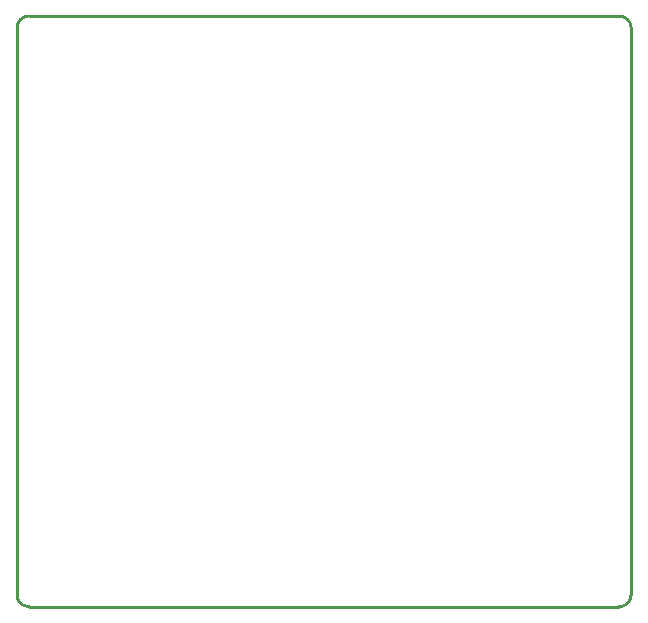
<source format=gm1>
G04*
G04 #@! TF.GenerationSoftware,Altium Limited,Altium Designer,22.0.2 (36)*
G04*
G04 Layer_Color=16711935*
%FSLAX24Y24*%
%MOIN*%
G70*
G04*
G04 #@! TF.SameCoordinates,5AD8CBCB-7B86-44EA-BE16-98DFC8B2639C*
G04*
G04*
G04 #@! TF.FilePolarity,Positive*
G04*
G01*
G75*
%ADD17C,0.0100*%
D17*
X20079Y0D02*
G03*
X20472Y394I0J394D01*
G01*
Y19291D02*
G03*
X20079Y19685I-394J0D01*
G01*
X394D02*
G03*
X0Y19291I0J-394D01*
G01*
Y394D02*
G03*
X394Y0I394J0D01*
G01*
Y19685D02*
X20079D01*
X394Y0D02*
X20079D01*
X0Y394D02*
Y19291D01*
X20472Y394D02*
Y19291D01*
X20079Y0D02*
G03*
X20472Y394I0J394D01*
G01*
Y19291D02*
G03*
X20079Y19685I-394J0D01*
G01*
X394D02*
G03*
X0Y19291I0J-394D01*
G01*
Y394D02*
G03*
X394Y0I394J0D01*
G01*
Y19685D02*
X20079D01*
X394Y0D02*
X20079D01*
X0Y394D02*
Y19291D01*
X20472Y394D02*
Y19291D01*
M02*

</source>
